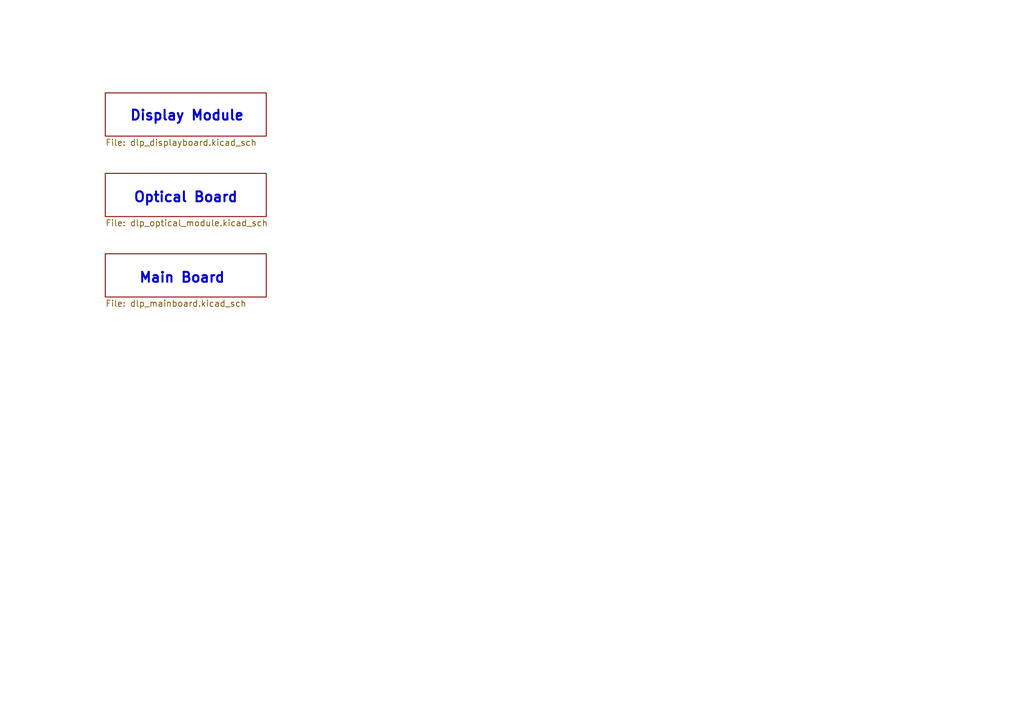
<source format=kicad_sch>
(kicad_sch
	(version 20231120)
	(generator "eeschema")
	(generator_version "8.0")
	(uuid "ddc5b8cb-bde3-4202-8095-d3524a9ee6ad")
	(paper "A5")
	(title_block
		(title "Lithostepper DLP projector board")
		(date "2024-11-15")
	)
	(lib_symbols)
	(text "Optical Board\n"
		(exclude_from_sim no)
		(at 38.1 40.64 0)
		(effects
			(font
				(size 2.032 2.032)
				(thickness 0.4064)
				(bold yes)
			)
		)
		(uuid "12b8ec34-3130-4e35-8021-68eb6f2c7005")
	)
	(text "Main Board"
		(exclude_from_sim no)
		(at 37.338 57.15 0)
		(effects
			(font
				(size 2.032 2.032)
				(thickness 0.4064)
				(bold yes)
			)
		)
		(uuid "ae876a11-edb4-48a2-b332-13c72064c90c")
	)
	(text "Display Module"
		(exclude_from_sim no)
		(at 38.354 23.876 0)
		(effects
			(font
				(size 2.032 2.032)
				(thickness 0.4064)
				(bold yes)
			)
		)
		(uuid "b34f170b-7f44-423e-8da4-f7d24b9287be")
	)
	(sheet
		(at 21.59 52.07)
		(size 33.02 8.89)
		(fields_autoplaced yes)
		(stroke
			(width 0.1524)
			(type solid)
		)
		(fill
			(color 0 0 0 0.0000)
		)
		(uuid "2e588d68-8772-449d-9f34-f9e4727cd568")
		(property "Sheetname" "Main board"
			(at 21.59 51.3584 0)
			(show_name yes)
			(effects
				(font
					(size 1.27 1.27)
				)
				(justify left bottom)
				(hide yes)
			)
		)
		(property "Sheetfile" "dlp_mainboard.kicad_sch"
			(at 21.59 61.5446 0)
			(effects
				(font
					(size 1.27 1.27)
				)
				(justify left top)
			)
		)
		(instances
			(project "dlp_projection_board_v1"
				(path "/ddc5b8cb-bde3-4202-8095-d3524a9ee6ad"
					(page "2")
				)
			)
		)
	)
	(sheet
		(at 21.59 19.05)
		(size 33.02 8.89)
		(fields_autoplaced yes)
		(stroke
			(width 0.1524)
			(type solid)
		)
		(fill
			(color 0 0 0 0.0000)
		)
		(uuid "bc0e722c-cd0d-4885-9b1b-f1398e639ff6")
		(property "Sheetname" "Display board"
			(at 21.59 18.3384 0)
			(effects
				(font
					(size 1.27 1.27)
				)
				(justify left bottom)
				(hide yes)
			)
		)
		(property "Sheetfile" "dlp_displayboard.kicad_sch"
			(at 21.59 28.5246 0)
			(effects
				(font
					(size 1.27 1.27)
				)
				(justify left top)
			)
		)
		(instances
			(project "dlp_projection_board_v1"
				(path "/ddc5b8cb-bde3-4202-8095-d3524a9ee6ad"
					(page "4")
				)
			)
		)
	)
	(sheet
		(at 21.59 35.56)
		(size 33.02 8.89)
		(fields_autoplaced yes)
		(stroke
			(width 0.1524)
			(type solid)
		)
		(fill
			(color 0 0 0 0.0000)
		)
		(uuid "c6e37f99-440b-4ed8-bfdf-42a89afa6630")
		(property "Sheetname" "Optical Module"
			(at 21.59 34.8484 0)
			(effects
				(font
					(size 1.27 1.27)
				)
				(justify left bottom)
				(hide yes)
			)
		)
		(property "Sheetfile" "dlp_optical_module.kicad_sch"
			(at 21.59 45.0346 0)
			(effects
				(font
					(size 1.27 1.27)
				)
				(justify left top)
			)
		)
		(instances
			(project "dlp_projection_board_v1"
				(path "/ddc5b8cb-bde3-4202-8095-d3524a9ee6ad"
					(page "3")
				)
			)
		)
	)
	(sheet_instances
		(path "/"
			(page "1")
		)
	)
)

</source>
